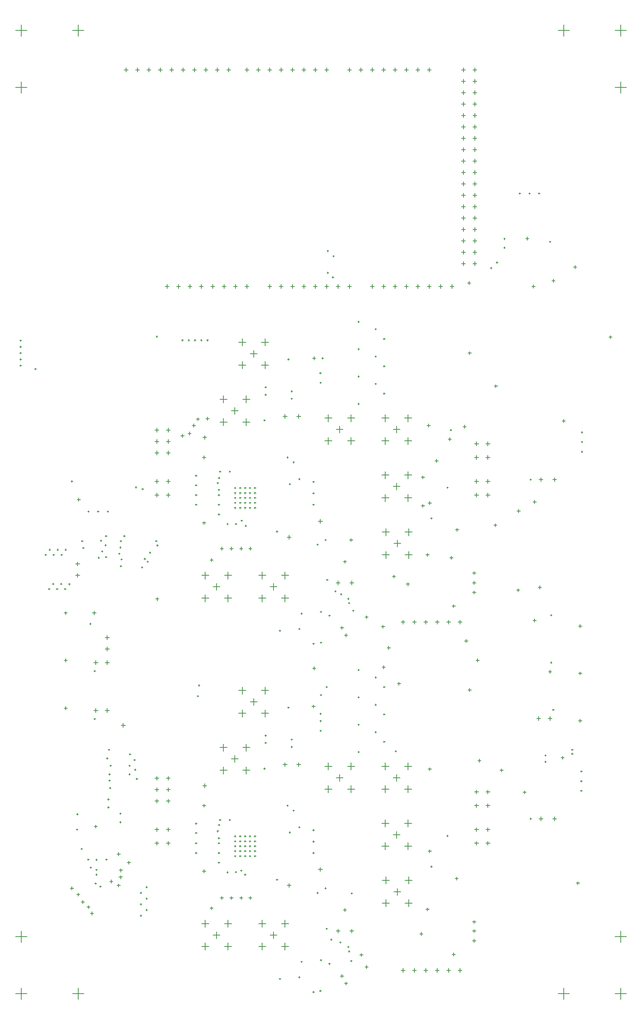
<source format=gbr>
%FSTAX23Y23*%
%MOIN*%
%SFA1B1*%

%IPPOS*%
%ADD76C,0.005000*%
%LNcfd_2channel_drillmap_1-1*%
%LPD*%
G54D76*
X0486Y0015D02*
X0496D01*
X0491Y001D02*
Y002D01*
X0536Y0065D02*
X0546D01*
X0541Y006D02*
Y007D01*
X0536Y081D02*
X0546D01*
X0541Y0805D02*
Y0815D01*
X0486Y086D02*
X0496D01*
X0491Y0855D02*
Y0865D01*
X006Y0015D02*
X007D01*
X0065Y001D02*
Y002D01*
X001Y0065D02*
X002D01*
X0015Y006D02*
Y007D01*
X001Y081D02*
X002D01*
X0015Y0805D02*
Y0815D01*
X006Y086D02*
X007D01*
X0065Y0855D02*
Y0865D01*
X04692Y0466D02*
X04727D01*
X0471Y04642D02*
Y04677D01*
X02447Y05215D02*
X02482D01*
X02465Y05197D02*
Y05232D01*
X02447Y0216D02*
X02482D01*
X02465Y02142D02*
Y02177D01*
X04692Y01685D02*
X04727D01*
X0471Y01667D02*
Y01702D01*
X02912Y03755D02*
X02947D01*
X0293Y03737D02*
Y03772D01*
X02912Y007D02*
X02947D01*
X0293Y00682D02*
Y00717D01*
X001Y086D02*
X002D01*
X0015Y0855D02*
Y0865D01*
X001Y0015D02*
X002D01*
X0015Y001D02*
Y002D01*
X00627Y0392D02*
X00662D01*
X00645Y03902D02*
Y03937D01*
X0536Y086D02*
X0546D01*
X0541Y0855D02*
Y0865D01*
X04112Y06555D02*
X04147D01*
X0413Y06537D02*
Y06572D01*
X04012Y06555D02*
X04047D01*
X0403Y06537D02*
Y06572D01*
X03513Y052D02*
X03576D01*
X03545Y05168D02*
Y05231D01*
X03313Y052D02*
X03376D01*
X03345Y05168D02*
Y05231D01*
X03513Y05D02*
X03576D01*
X03545Y04968D02*
Y05031D01*
X03313Y047D02*
X03376D01*
X03345Y04668D02*
Y04731D01*
X03313Y05D02*
X03376D01*
X03345Y04968D02*
Y05031D01*
X03513Y045D02*
X03576D01*
X03545Y04468D02*
Y04531D01*
X03513Y047D02*
X03576D01*
X03545Y04668D02*
Y04731D01*
X03518Y042D02*
X03581D01*
X0355Y04168D02*
Y04231D01*
X03318Y042D02*
X03381D01*
X0335Y04168D02*
Y04231D01*
X03313Y045D02*
X03376D01*
X03345Y04468D02*
Y04531D01*
X03518Y04D02*
X03581D01*
X0355Y03968D02*
Y04031D01*
X03318Y04D02*
X03381D01*
X0335Y03968D02*
Y04031D01*
X02813Y052D02*
X02876D01*
X02845Y05168D02*
Y05231D01*
X02258Y05665D02*
X02321D01*
X0229Y05633D02*
Y05696D01*
X02258Y05865D02*
X02321D01*
X0229Y05833D02*
Y05896D01*
X03013Y052D02*
X03076D01*
X03045Y05168D02*
Y05231D01*
X03013Y05D02*
X03076D01*
X03045Y04968D02*
Y05031D01*
X02813Y05D02*
X02876D01*
X02845Y04968D02*
Y05031D01*
X02093Y05165D02*
X02156D01*
X02125Y05133D02*
Y05196D01*
X02093Y05365D02*
X02156D01*
X02125Y05333D02*
Y05396D01*
X02433Y0362D02*
X02496D01*
X02465Y03588D02*
Y03651D01*
X02433Y0382D02*
X02496D01*
X02465Y03788D02*
Y03851D01*
X02233Y0362D02*
X02296D01*
X02265Y03588D02*
Y03651D01*
X02233Y0382D02*
X02296D01*
X02265Y03788D02*
Y03851D01*
X03513Y01645D02*
X03576D01*
X03545Y01613D02*
Y01676D01*
X03513Y01945D02*
X03576D01*
X03545Y01913D02*
Y01976D01*
X0536Y0015D02*
X0546D01*
X0541Y001D02*
Y002D01*
X03518Y01145D02*
X03581D01*
X0355Y01113D02*
Y01176D01*
X03518Y00945D02*
X03581D01*
X0355Y00913D02*
Y00976D01*
X03513Y02145D02*
X03576D01*
X03545Y02113D02*
Y02176D01*
X03313Y01645D02*
X03376D01*
X03345Y01613D02*
Y01676D01*
X03313Y01945D02*
X03376D01*
X03345Y01913D02*
Y01976D01*
X03513Y01445D02*
X03576D01*
X03545Y01413D02*
Y01476D01*
X03318Y01145D02*
X03381D01*
X0335Y01113D02*
Y01176D01*
X03313Y01445D02*
X03376D01*
X03345Y01413D02*
Y01476D01*
X03313Y02145D02*
X03376D01*
X03345Y02113D02*
Y02176D01*
X03318Y00945D02*
X03381D01*
X0335Y00913D02*
Y00976D01*
X02813Y02145D02*
X02876D01*
X02845Y02113D02*
Y02176D01*
X02258Y0261D02*
X02321D01*
X0229Y02578D02*
Y02641D01*
X02258Y0281D02*
X02321D01*
X0229Y02778D02*
Y02841D01*
X03013Y02145D02*
X03076D01*
X03045Y02113D02*
Y02176D01*
X03013Y01945D02*
X03076D01*
X03045Y01913D02*
Y01976D01*
X02813Y01945D02*
X02876D01*
X02845Y01913D02*
Y01976D01*
X02093Y0211D02*
X02156D01*
X02125Y02078D02*
Y02141D01*
X02093Y0231D02*
X02156D01*
X02125Y02278D02*
Y02341D01*
X02433Y00565D02*
X02496D01*
X02465Y00533D02*
Y00596D01*
X02433Y00765D02*
X02496D01*
X02465Y00733D02*
Y00796D01*
X02233Y00565D02*
X02296D01*
X02265Y00533D02*
Y00596D01*
X02233Y00765D02*
X02296D01*
X02265Y00733D02*
Y00796D01*
X02058Y05865D02*
X02121D01*
X0209Y05833D02*
Y05896D01*
X02058Y05665D02*
X02121D01*
X0209Y05633D02*
Y05696D01*
X02012Y06355D02*
X02047D01*
X0203Y06337D02*
Y06372D01*
X01893Y05165D02*
X01956D01*
X01925Y05133D02*
Y05196D01*
X01912Y06355D02*
X01947D01*
X0193Y06337D02*
Y06372D01*
X01893Y05365D02*
X01956D01*
X01925Y05333D02*
Y05396D01*
X02058Y0281D02*
X02121D01*
X0209Y02778D02*
Y02841D01*
X02058Y0261D02*
X02121D01*
X0209Y02578D02*
Y02641D01*
X01933Y0382D02*
X01996D01*
X01965Y03788D02*
Y03851D01*
X01933Y0362D02*
X01996D01*
X01965Y03588D02*
Y03651D01*
X01893Y0211D02*
X01956D01*
X01925Y02078D02*
Y02141D01*
X01893Y0231D02*
X01956D01*
X01925Y02278D02*
Y02341D01*
X01733Y0362D02*
X01796D01*
X01765Y03588D02*
Y03651D01*
X01733Y0382D02*
X01796D01*
X01765Y03788D02*
Y03851D01*
X01352Y08255D02*
X01387D01*
X0137Y08237D02*
Y08272D01*
X01933Y00765D02*
X01996D01*
X01965Y00733D02*
Y00796D01*
X01933Y00565D02*
X01996D01*
X01965Y00533D02*
Y00596D01*
X01733Y00565D02*
X01796D01*
X01765Y00533D02*
Y00596D01*
X01733Y00765D02*
X01796D01*
X01765Y00733D02*
Y00796D01*
X04812Y0466D02*
X04847D01*
X0483Y04642D02*
Y04677D01*
X01422Y04895D02*
X01457D01*
X0144Y04877D02*
Y04912D01*
X01322Y04895D02*
X01357D01*
X0134Y04877D02*
Y04912D01*
X01422Y04995D02*
X01457D01*
X0144Y04977D02*
Y05012D01*
X01322Y04995D02*
X01357D01*
X0134Y04977D02*
Y05012D01*
X01422Y05095D02*
X01457D01*
X0144Y05077D02*
Y05112D01*
X01322Y05095D02*
X01357D01*
X0134Y05077D02*
Y05112D01*
X01422Y0184D02*
X01457D01*
X0144Y01822D02*
Y01857D01*
X01322Y0184D02*
X01357D01*
X0134Y01822D02*
Y01857D01*
X01422Y0194D02*
X01457D01*
X0144Y01922D02*
Y01957D01*
X01322Y0194D02*
X01357D01*
X0134Y01922D02*
Y01957D01*
X01422Y0204D02*
X01457D01*
X0144Y02022D02*
Y02057D01*
X01322Y0204D02*
X01357D01*
X0134Y02022D02*
Y02057D01*
X02567Y0216D02*
X02602D01*
X02585Y02142D02*
Y02177D01*
X02335Y00665D02*
X02394D01*
X02365Y00635D02*
Y00694D01*
X01995Y0221D02*
X02054D01*
X02025Y0218D02*
Y02239D01*
X03032Y007D02*
X03067D01*
X0305Y00682D02*
Y00717D01*
X01835Y00665D02*
X01894D01*
X01865Y00635D02*
Y00694D01*
X02915Y02045D02*
X02974D01*
X02945Y02015D02*
Y02074D01*
X0216Y0271D02*
X02219D01*
X0219Y0268D02*
Y02739D01*
X03415Y02045D02*
X03474D01*
X03445Y02015D02*
Y02074D01*
X0342Y01045D02*
X03479D01*
X0345Y01015D02*
Y01074D01*
X03415Y01545D02*
X03474D01*
X03445Y01515D02*
Y01574D01*
X01742Y01975D02*
X01777D01*
X0176Y01957D02*
Y01992D01*
X03982Y00355D02*
X04017D01*
X04Y00337D02*
Y00372D01*
X03882Y00355D02*
X03917D01*
X039Y00337D02*
Y00372D01*
X03782Y00355D02*
X03817D01*
X038Y00337D02*
Y00372D01*
X03682Y00355D02*
X03717D01*
X037Y00337D02*
Y00372D01*
X03582Y00355D02*
X03617D01*
X036Y00337D02*
Y00372D01*
X03482Y00355D02*
X03517D01*
X035Y00337D02*
Y00372D01*
X02482Y011D02*
X02517D01*
X025Y01082D02*
Y01117D01*
X02757Y0124D02*
X02792D01*
X02775Y01222D02*
Y01257D01*
X01422Y0159D02*
X01457D01*
X0144Y01572D02*
Y01607D01*
X01322Y0159D02*
X01357D01*
X0134Y01572D02*
Y01607D01*
X01322Y0147D02*
X01357D01*
X0134Y01452D02*
Y01487D01*
X01422Y0147D02*
X01457D01*
X0144Y01452D02*
Y01487D01*
X04127Y0192D02*
X04162D01*
X04145Y01902D02*
Y01937D01*
X04227Y0192D02*
X04262D01*
X04245Y01902D02*
Y01937D01*
X04227Y018D02*
X04262D01*
X04245Y01782D02*
Y01817D01*
X04127Y018D02*
X04162D01*
X04145Y01782D02*
Y01817D01*
X04127Y0159D02*
X04162D01*
X04145Y01572D02*
Y01607D01*
X04227Y0159D02*
X04262D01*
X04245Y01572D02*
Y01607D01*
X04227Y0147D02*
X04262D01*
X04245Y01452D02*
Y01487D01*
X04127Y0147D02*
X04162D01*
X04145Y01452D02*
Y01487D01*
X02757Y04295D02*
X02792D01*
X02775Y04277D02*
Y04312D01*
X01742Y0503D02*
X01777D01*
X0176Y05012D02*
Y05047D01*
X04227Y04645D02*
X04262D01*
X04245Y04627D02*
Y04662D01*
X04127Y04645D02*
X04162D01*
X04145Y04627D02*
Y04662D01*
X04127Y04525D02*
X04162D01*
X04145Y04507D02*
Y04542D01*
X04227Y04525D02*
X04262D01*
X04245Y04507D02*
Y04542D01*
X04227Y04975D02*
X04262D01*
X04245Y04957D02*
Y04992D01*
X04127Y04975D02*
X04162D01*
X04145Y04957D02*
Y04992D01*
X04127Y04855D02*
X04162D01*
X04145Y04837D02*
Y04872D01*
X04227Y04855D02*
X04262D01*
X04245Y04837D02*
Y04872D01*
X01322Y04645D02*
X01357D01*
X0134Y04627D02*
Y04662D01*
X01422Y04645D02*
X01457D01*
X0144Y04627D02*
Y04662D01*
X01422Y04525D02*
X01457D01*
X0144Y04507D02*
Y04542D01*
X01322Y04525D02*
X01357D01*
X0134Y04507D02*
Y04542D01*
X02482Y04155D02*
X02517D01*
X025Y04137D02*
Y04172D01*
X03982Y0341D02*
X04017D01*
X04Y03392D02*
Y03427D01*
X03882Y0341D02*
X03917D01*
X039Y03392D02*
Y03427D01*
X03782Y0341D02*
X03817D01*
X038Y03392D02*
Y03427D01*
X03682Y0341D02*
X03717D01*
X037Y03392D02*
Y03427D01*
X03582Y0341D02*
X03617D01*
X036Y03392D02*
Y03427D01*
X03482Y0341D02*
X03517D01*
X035Y03392D02*
Y03427D01*
X03032Y03755D02*
X03067D01*
X0305Y03737D02*
Y03772D01*
X02567Y05215D02*
X02602D01*
X02585Y05197D02*
Y05232D01*
X0342Y041D02*
X03479D01*
X0345Y0407D02*
Y04129D01*
X03415Y046D02*
X03474D01*
X03445Y0457D02*
Y04629D01*
X0216Y05765D02*
X02219D01*
X0219Y05735D02*
Y05794D01*
X03415Y051D02*
X03474D01*
X03445Y0507D02*
Y05129D01*
X01835Y0372D02*
X01894D01*
X01865Y0369D02*
Y03749D01*
X02915Y051D02*
X02974D01*
X02945Y0507D02*
Y05129D01*
X02335Y0372D02*
X02394D01*
X02365Y0369D02*
Y03749D01*
X01995Y05265D02*
X02054D01*
X02025Y05235D02*
Y05294D01*
X04672Y02565D02*
X04707D01*
X0469Y02547D02*
Y02582D01*
X04772Y02565D02*
X04807D01*
X0479Y02547D02*
Y02582D01*
X00787Y02635D02*
X00822D01*
X00805Y02617D02*
Y02652D01*
X00887Y02635D02*
X00922D01*
X00905Y02617D02*
Y02652D01*
X00627Y0382D02*
X00662D01*
X00645Y03802D02*
Y03837D01*
X00887Y03055D02*
X00922D01*
X00905Y03037D02*
Y03072D01*
X00787Y03055D02*
X00822D01*
X00805Y03037D02*
Y03072D01*
X00887Y03275D02*
X00922D01*
X00905Y03257D02*
Y03292D01*
X00887Y03175D02*
X00922D01*
X00905Y03157D02*
Y03192D01*
X04812Y01685D02*
X04847D01*
X0483Y01667D02*
Y01702D01*
X02412Y06355D02*
X02447D01*
X0243Y06337D02*
Y06372D01*
X02612Y06355D02*
X02647D01*
X0263Y06337D02*
Y06372D01*
X02512Y06355D02*
X02547D01*
X0253Y06337D02*
Y06372D01*
X02812Y06355D02*
X02847D01*
X0283Y06337D02*
Y06372D01*
X02712Y06355D02*
X02747D01*
X0273Y06337D02*
Y06372D01*
X03012Y06355D02*
X03047D01*
X0303Y06337D02*
Y06372D01*
X02912Y06355D02*
X02947D01*
X0293Y06337D02*
Y06372D01*
X02312Y06355D02*
X02347D01*
X0233Y06337D02*
Y06372D01*
X04112Y06655D02*
X04147D01*
X0413Y06637D02*
Y06672D01*
X04012Y06655D02*
X04047D01*
X0403Y06637D02*
Y06672D01*
X04112Y06955D02*
X04147D01*
X0413Y06937D02*
Y06972D01*
X04112Y06855D02*
X04147D01*
X0413Y06837D02*
Y06872D01*
X04112Y06755D02*
X04147D01*
X0413Y06737D02*
Y06772D01*
X04112Y07055D02*
X04147D01*
X0413Y07037D02*
Y07072D01*
X04012Y06955D02*
X04047D01*
X0403Y06937D02*
Y06972D01*
X04012Y06855D02*
X04047D01*
X0403Y06837D02*
Y06872D01*
X04012Y06755D02*
X04047D01*
X0403Y06737D02*
Y06772D01*
X04012Y07055D02*
X04047D01*
X0403Y07037D02*
Y07072D01*
X04112Y07455D02*
X04147D01*
X0413Y07437D02*
Y07472D01*
X04112Y07355D02*
X04147D01*
X0413Y07337D02*
Y07372D01*
X04012Y07355D02*
X04047D01*
X0403Y07337D02*
Y07372D01*
X04112Y07255D02*
X04147D01*
X0413Y07237D02*
Y07272D01*
X04012Y07255D02*
X04047D01*
X0403Y07237D02*
Y07272D01*
X04112Y07155D02*
X04147D01*
X0413Y07137D02*
Y07172D01*
X04012Y07155D02*
X04047D01*
X0403Y07137D02*
Y07172D01*
X04012Y07455D02*
X04047D01*
X0403Y07437D02*
Y07472D01*
X04112Y07755D02*
X04147D01*
X0413Y07737D02*
Y07772D01*
X04112Y07655D02*
X04147D01*
X0413Y07637D02*
Y07672D01*
X04112Y07555D02*
X04147D01*
X0413Y07537D02*
Y07572D01*
X04112Y07855D02*
X04147D01*
X0413Y07837D02*
Y07872D01*
X04012Y07755D02*
X04047D01*
X0403Y07737D02*
Y07772D01*
X04012Y07655D02*
X04047D01*
X0403Y07637D02*
Y07672D01*
X04012Y07555D02*
X04047D01*
X0403Y07537D02*
Y07572D01*
X04012Y07855D02*
X04047D01*
X0403Y07837D02*
Y07872D01*
X03112Y08255D02*
X03147D01*
X0313Y08237D02*
Y08272D01*
X03312Y08255D02*
X03347D01*
X0333Y08237D02*
Y08272D01*
X03212Y08255D02*
X03247D01*
X0323Y08237D02*
Y08272D01*
X03512Y08255D02*
X03547D01*
X0353Y08237D02*
Y08272D01*
X03412Y08255D02*
X03447D01*
X0343Y08237D02*
Y08272D01*
X03712Y08255D02*
X03747D01*
X0373Y08237D02*
Y08272D01*
X03612Y08255D02*
X03647D01*
X0363Y08237D02*
Y08272D01*
X03012Y08255D02*
X03047D01*
X0303Y08237D02*
Y08272D01*
X02212Y08255D02*
X02247D01*
X0223Y08237D02*
Y08272D01*
X02412Y08255D02*
X02447D01*
X0243Y08237D02*
Y08272D01*
X02312Y08255D02*
X02347D01*
X0233Y08237D02*
Y08272D01*
X02612Y08255D02*
X02647D01*
X0263Y08237D02*
Y08272D01*
X02512Y08255D02*
X02547D01*
X0253Y08237D02*
Y08272D01*
X02812Y08255D02*
X02847D01*
X0283Y08237D02*
Y08272D01*
X02712Y08255D02*
X02747D01*
X0273Y08237D02*
Y08272D01*
X01552Y08255D02*
X01587D01*
X0157Y08237D02*
Y08272D01*
X01452Y08255D02*
X01487D01*
X0147Y08237D02*
Y08272D01*
X01752Y08255D02*
X01787D01*
X0177Y08237D02*
Y08272D01*
X01652Y08255D02*
X01687D01*
X0167Y08237D02*
Y08272D01*
X01152Y08255D02*
X01187D01*
X0117Y08237D02*
Y08272D01*
X01052Y08255D02*
X01087D01*
X0107Y08237D02*
Y08272D01*
X01252Y08255D02*
X01287D01*
X0127Y08237D02*
Y08272D01*
X01952Y08255D02*
X01987D01*
X0197Y08237D02*
Y08272D01*
X01852Y08255D02*
X01887D01*
X0187Y08237D02*
Y08272D01*
X02112Y08255D02*
X02147D01*
X0213Y08237D02*
Y08272D01*
X04112Y08255D02*
X04147D01*
X0413Y08237D02*
Y08272D01*
X04112Y08155D02*
X04147D01*
X0413Y08137D02*
Y08172D01*
X04012Y08155D02*
X04047D01*
X0403Y08137D02*
Y08172D01*
X04112Y08055D02*
X04147D01*
X0413Y08037D02*
Y08072D01*
X04012Y08055D02*
X04047D01*
X0403Y08037D02*
Y08072D01*
X04112Y07955D02*
X04147D01*
X0413Y07937D02*
Y07972D01*
X04012Y07955D02*
X04047D01*
X0403Y07937D02*
Y07972D01*
X04012Y08255D02*
X04047D01*
X0403Y08237D02*
Y08272D01*
X03312Y06355D02*
X03347D01*
X0333Y06337D02*
Y06372D01*
X03512Y06355D02*
X03547D01*
X0353Y06337D02*
Y06372D01*
X03412Y06355D02*
X03447D01*
X0343Y06337D02*
Y06372D01*
X03712Y06355D02*
X03747D01*
X0373Y06337D02*
Y06372D01*
X03612Y06355D02*
X03647D01*
X0363Y06337D02*
Y06372D01*
X03912Y06355D02*
X03947D01*
X0393Y06337D02*
Y06372D01*
X03812Y06355D02*
X03847D01*
X0383Y06337D02*
Y06372D01*
X03212Y06355D02*
X03247D01*
X0323Y06337D02*
Y06372D01*
X01512Y06355D02*
X01547D01*
X0153Y06337D02*
Y06372D01*
X01712Y06355D02*
X01747D01*
X0173Y06337D02*
Y06372D01*
X01612Y06355D02*
X01647D01*
X0163Y06337D02*
Y06372D01*
X01812Y06355D02*
X01847D01*
X0183Y06337D02*
Y06372D01*
X02112Y06355D02*
X02147D01*
X0213Y06337D02*
Y06372D01*
X01412Y06355D02*
X01447D01*
X0143Y06337D02*
Y06372D01*
X0202Y01531D02*
X02035D01*
X02028Y01524D02*
Y01539D01*
X02064Y01531D02*
X02079D01*
X02071Y01524D02*
Y01539D01*
X02107Y01531D02*
X02122D01*
X02115Y01524D02*
Y01539D01*
X0215Y01531D02*
X02165D01*
X02158Y01524D02*
Y01539D01*
X02194Y01531D02*
X02209D01*
X02201Y01524D02*
Y01539D01*
X0202Y01488D02*
X02035D01*
X02028Y0148D02*
Y01495D01*
X02064Y01488D02*
X02079D01*
X02071Y0148D02*
Y01495D01*
X02107Y01488D02*
X02122D01*
X02115Y0148D02*
Y01495D01*
X0215Y01488D02*
X02165D01*
X02158Y0148D02*
Y01495D01*
X02194Y01488D02*
X02209D01*
X02201Y0148D02*
Y01495D01*
X0202Y01445D02*
X02035D01*
X02028Y01437D02*
Y01452D01*
X02064Y01445D02*
X02079D01*
X02071Y01437D02*
Y01452D01*
X02107Y01445D02*
X02122D01*
X02115Y01437D02*
Y01452D01*
X0215Y01445D02*
X02165D01*
X02158Y01437D02*
Y01452D01*
X02194Y01445D02*
X02209D01*
X02201Y01437D02*
Y01452D01*
X0202Y01401D02*
X02035D01*
X02028Y01394D02*
Y01409D01*
X02064Y01401D02*
X02079D01*
X02071Y01394D02*
Y01409D01*
X02107Y01401D02*
X02122D01*
X02115Y01394D02*
Y01409D01*
X0215Y01401D02*
X02165D01*
X02158Y01394D02*
Y01409D01*
X02194Y01401D02*
X02209D01*
X02201Y01394D02*
Y01409D01*
X0202Y01358D02*
X02035D01*
X02028Y0135D02*
Y01365D01*
X02064Y01358D02*
X02079D01*
X02071Y0135D02*
Y01365D01*
X02107Y01358D02*
X02122D01*
X02115Y0135D02*
Y01365D01*
X0215Y01358D02*
X02165D01*
X02158Y0135D02*
Y01365D01*
X02194Y01358D02*
X02209D01*
X02201Y0135D02*
Y01365D01*
X0202Y04586D02*
X02035D01*
X02028Y04579D02*
Y04594D01*
X02064Y04586D02*
X02079D01*
X02071Y04579D02*
Y04594D01*
X02107Y04586D02*
X02122D01*
X02115Y04579D02*
Y04594D01*
X0215Y04586D02*
X02165D01*
X02158Y04579D02*
Y04594D01*
X02194Y04586D02*
X02209D01*
X02201Y04579D02*
Y04594D01*
X0202Y04543D02*
X02035D01*
X02028Y04535D02*
Y0455D01*
X02064Y04543D02*
X02079D01*
X02071Y04535D02*
Y0455D01*
X02107Y04543D02*
X02122D01*
X02115Y04535D02*
Y0455D01*
X0215Y04543D02*
X02165D01*
X02158Y04535D02*
Y0455D01*
X02194Y04543D02*
X02209D01*
X02201Y04535D02*
Y0455D01*
X0202Y045D02*
X02035D01*
X02028Y04492D02*
Y04507D01*
X02064Y045D02*
X02079D01*
X02071Y04492D02*
Y04507D01*
X02107Y045D02*
X02122D01*
X02115Y04492D02*
Y04507D01*
X0215Y045D02*
X02165D01*
X02158Y04492D02*
Y04507D01*
X02194Y045D02*
X02209D01*
X02201Y04492D02*
Y04507D01*
X0202Y04456D02*
X02035D01*
X02028Y04449D02*
Y04464D01*
X02064Y04456D02*
X02079D01*
X02071Y04449D02*
Y04464D01*
X02107Y04456D02*
X02122D01*
X02115Y04449D02*
Y04464D01*
X0215Y04456D02*
X02165D01*
X02158Y04449D02*
Y04464D01*
X02194Y04456D02*
X02209D01*
X02201Y04449D02*
Y04464D01*
X0202Y04413D02*
X02035D01*
X02028Y04405D02*
Y0442D01*
X02064Y04413D02*
X02079D01*
X02071Y04405D02*
Y0442D01*
X02107Y04413D02*
X02122D01*
X02115Y04405D02*
Y0442D01*
X0215Y04413D02*
X02165D01*
X02158Y04405D02*
Y0442D01*
X02194Y04413D02*
X02209D01*
X02201Y04405D02*
Y0442D01*
X01327Y0412D02*
X01342D01*
X01335Y04112D02*
Y04127D01*
X03042Y0103D02*
X03057D01*
X0305Y01022D02*
Y01037D01*
X01027Y02505D02*
X01062D01*
X01045Y02487D02*
Y02522D01*
X03429Y02278D02*
X03444D01*
X03436Y0227D02*
Y02285D01*
X03911Y03975D02*
X03939D01*
X03925Y03961D02*
Y03989D01*
X03406Y0381D02*
X03434D01*
X0342Y03796D02*
Y03824D01*
X03166Y03453D02*
X03194D01*
X0318Y03439D02*
Y03467D01*
X04296Y0426D02*
X04324D01*
X0431Y04246D02*
Y04274D01*
X04631Y06355D02*
X04659D01*
X04645Y06341D02*
Y06369D01*
X04301Y0548D02*
X04329D01*
X04315Y05466D02*
Y05494D01*
X04071Y02815D02*
X04099D01*
X04085Y02801D02*
Y02829D01*
X03252Y02925D02*
X03267D01*
X0326Y02917D02*
Y02932D01*
X03327Y0284D02*
X03342D01*
X03335Y02832D02*
Y02847D01*
X03451Y0287D02*
X03479D01*
X03465Y02856D02*
Y02884D01*
X02706Y03005D02*
X02734D01*
X0272Y02991D02*
Y03019D01*
X05306Y0591D02*
X05334D01*
X0532Y05896D02*
Y05924D01*
X04806Y06405D02*
X04834D01*
X0482Y06391D02*
Y06419D01*
X05021Y0112D02*
X05049D01*
X05035Y01106D02*
Y01134D01*
X03741Y01264D02*
X03756D01*
X03749Y01257D02*
Y01272D01*
X04996Y06525D02*
X05024D01*
X0501Y06511D02*
Y06539D01*
X05057Y021D02*
X05072D01*
X05065Y02092D02*
Y02107D01*
X05041Y03375D02*
X05069D01*
X05055Y03361D02*
Y03389D01*
X05062Y0499D02*
X05077D01*
X0507Y04982D02*
Y04997D01*
X05062Y05075D02*
X05077D01*
X0507Y05067D02*
Y05082D01*
X05062Y04905D02*
X05077D01*
X0507Y04897D02*
Y04912D01*
X04977Y0229D02*
X04992D01*
X04985Y02282D02*
Y02297D01*
X04071Y0577D02*
X04099D01*
X04085Y05756D02*
Y05784D01*
X04066Y06385D02*
X04094D01*
X0408Y06371D02*
Y06399D01*
X03661Y0468D02*
X03689D01*
X03675Y04666D02*
Y04694D01*
X03031Y0413D02*
X03059D01*
X03045Y04116D02*
Y04144D01*
X03661Y0443D02*
X03689D01*
X03675Y04416D02*
Y04444D01*
X03781Y04825D02*
X03809D01*
X03795Y04811D02*
Y04839D01*
X03896Y05015D02*
X03924D01*
X0391Y05001D02*
Y05029D01*
X04026Y05125D02*
X04054D01*
X0404Y05111D02*
Y05139D01*
X04266Y06516D02*
X04281D01*
X04273Y06508D02*
Y06523D01*
X02832Y06475D02*
X02847D01*
X0284Y06467D02*
Y06482D01*
X02833Y06666D02*
X02848D01*
X02841Y06658D02*
Y06673D01*
X02877Y06435D02*
X02892D01*
X02885Y06427D02*
Y06442D01*
X02882Y0662D02*
X02897D01*
X0289Y06612D02*
Y06627D01*
X02516Y05435D02*
X02531D01*
X02523Y05428D02*
Y05443D01*
X04317Y06565D02*
X04332D01*
X04325Y06557D02*
Y06572D01*
X04782Y06747D02*
X04797D01*
X0479Y0674D02*
Y06755D01*
X04382Y06773D02*
X04397D01*
X0439Y06765D02*
Y0678D01*
X04576Y06775D02*
X04604D01*
X0459Y06761D02*
Y06789D01*
X04517Y0717D02*
X04532D01*
X04525Y07162D02*
Y07177D01*
X04602Y0717D02*
X04617D01*
X0461Y07162D02*
Y07177D01*
X04687Y0717D02*
X04702D01*
X04695Y07162D02*
Y07177D01*
X04382Y06695D02*
X04397D01*
X0439Y06687D02*
Y06702D01*
X04896Y05175D02*
X04924D01*
X0491Y05161D02*
Y05189D01*
X05057Y0193D02*
X05072D01*
X05065Y01922D02*
Y01937D01*
X05057Y02015D02*
X05072D01*
X05065Y02007D02*
Y02022D01*
X00802Y01325D02*
X00817D01*
X0081Y01317D02*
Y01332D01*
X00634Y01725D02*
X00649D01*
X00642Y01717D02*
Y01732D01*
X00632Y0159D02*
X00647D01*
X0064Y01582D02*
Y01597D01*
X00672Y0142D02*
X00687D01*
X0068Y01412D02*
Y01427D01*
X04111Y0367D02*
X04139D01*
X04125Y03656D02*
Y03684D01*
X04111Y03755D02*
X04139D01*
X04125Y03741D02*
Y03769D01*
X04111Y0384D02*
X04139D01*
X04125Y03826D02*
Y03854D01*
X04111Y00615D02*
X04139D01*
X04125Y00601D02*
Y00629D01*
X04111Y007D02*
X04139D01*
X04125Y00686D02*
Y00714D01*
X04111Y0078D02*
X04139D01*
X04125Y00766D02*
Y00794D01*
X00731Y01327D02*
X00746D01*
X00738Y01319D02*
Y01334D01*
X00891Y01327D02*
X00906D01*
X00898Y01319D02*
Y01334D01*
X00802Y01237D02*
X00817D01*
X0081Y0123D02*
Y01245D01*
X00752Y01257D02*
X00767D01*
X0076Y0125D02*
Y01265D01*
X01011Y01232D02*
X01039D01*
X01025Y01218D02*
Y01246D01*
X0277Y02458D02*
X02785D01*
X02777Y0245D02*
Y02465D01*
X02769Y02542D02*
X02784D01*
X02777Y02535D02*
Y0255D01*
X0277Y0551D02*
X02785D01*
X02778Y05502D02*
Y05517D01*
X02767Y05595D02*
X02782D01*
X02775Y05587D02*
Y05602D01*
X00902Y0438D02*
X00917D01*
X0091Y04372D02*
Y04387D01*
X00817Y0438D02*
X00832D01*
X00825Y04372D02*
Y04387D01*
X00732Y0438D02*
X00747D01*
X0074Y04372D02*
Y04387D01*
X02146Y0099D02*
X02174D01*
X0216Y00976D02*
Y01004D01*
X02066Y0099D02*
X02094D01*
X0208Y00976D02*
Y01004D01*
X01981Y0099D02*
X02009D01*
X01995Y00976D02*
Y01004D01*
X01896Y0099D02*
X01924D01*
X0191Y00976D02*
Y01004D01*
X01806Y009D02*
X01834D01*
X0182Y00886D02*
Y00914D01*
X02146Y04055D02*
X02174D01*
X0216Y04041D02*
Y04069D01*
X02066Y04055D02*
X02094D01*
X0208Y04041D02*
Y04069D01*
X01981Y04055D02*
X02009D01*
X01995Y04041D02*
Y04069D01*
X01896Y04055D02*
X01924D01*
X0191Y04041D02*
Y04069D01*
X01677Y01385D02*
X01692D01*
X01685Y01377D02*
Y01392D01*
X01677Y0147D02*
X01692D01*
X01685Y01462D02*
Y01477D01*
X01677Y01642D02*
X01692D01*
X01685Y01635D02*
Y0165D01*
X01677Y0156D02*
X01692D01*
X01685Y01552D02*
Y01567D01*
X01741Y04855D02*
X01769D01*
X01755Y04841D02*
Y04869D01*
X01677Y04695D02*
X01692D01*
X01685Y04687D02*
Y04702D01*
X01677Y0461D02*
X01692D01*
X01685Y04602D02*
Y04617D01*
X01677Y0444D02*
X01692D01*
X01685Y04432D02*
Y04447D01*
X01677Y04525D02*
X01692D01*
X01685Y04517D02*
Y04532D01*
X01867Y0463D02*
X01882D01*
X01875Y04622D02*
Y04637D01*
X01878Y04675D02*
X01893D01*
X01886Y04668D02*
Y04683D01*
X01722Y05882D02*
X01737D01*
X0173Y05875D02*
Y0589D01*
X01667Y05882D02*
X01682D01*
X01675Y05875D02*
Y0589D01*
X01612Y05882D02*
X01627D01*
X0162Y05875D02*
Y0589D01*
X01557Y05882D02*
X01572D01*
X01565Y05875D02*
Y0589D01*
X01777Y05882D02*
X01792D01*
X01785Y05875D02*
Y0589D01*
X01686Y0519D02*
X01714D01*
X017Y05176D02*
Y05204D01*
X01332Y05915D02*
X01347D01*
X0134Y05907D02*
Y05922D01*
X00137Y0566D02*
X00152D01*
X00145Y05652D02*
Y05667D01*
X00267Y0563D02*
X00282D01*
X00275Y05622D02*
Y05637D01*
X00137Y0588D02*
X00152D01*
X00145Y05872D02*
Y05887D01*
X00137Y05825D02*
X00152D01*
X00145Y05817D02*
Y05832D01*
X00137Y0577D02*
X00152D01*
X00145Y05762D02*
Y05777D01*
X00137Y05715D02*
X00152D01*
X00145Y05707D02*
Y05722D01*
X01771Y05195D02*
X01799D01*
X01785Y05181D02*
Y05209D01*
X01972Y0473D02*
X01987D01*
X0198Y04722D02*
Y04737D01*
X01887Y0473D02*
X01902D01*
X01895Y04722D02*
Y04737D01*
X01651Y05135D02*
X01679D01*
X01665Y05121D02*
Y05149D01*
X01613Y05065D02*
X01641D01*
X01627Y05051D02*
Y05079D01*
X04501Y04385D02*
X04529D01*
X04515Y04371D02*
Y04399D01*
X04641Y04465D02*
X04669D01*
X04655Y04451D02*
Y04479D01*
X04686Y03715D02*
X04714D01*
X047Y03701D02*
Y03729D01*
X04641Y03425D02*
X04669D01*
X04655Y03411D02*
Y03439D01*
X03361Y03185D02*
X03389D01*
X03375Y03171D02*
Y03199D01*
X03311Y0337D02*
X03339D01*
X03325Y03356D02*
Y03384D01*
X03056Y0351D02*
X03071D01*
X03063Y03503D02*
Y03518D01*
X02899Y0368D02*
X02914D01*
X02907Y03672D02*
Y03687D01*
X02772Y0277D02*
X02787D01*
X0278Y02762D02*
Y02777D01*
X02701Y0267D02*
X02729D01*
X02715Y02656D02*
Y02684D01*
X02769Y02606D02*
X02784D01*
X02777Y02598D02*
Y02613D01*
X04886Y0222D02*
X04914D01*
X049Y02206D02*
Y02234D01*
X00991Y01375D02*
X01019D01*
X01005Y01361D02*
Y01389D01*
X01551Y05045D02*
X01579D01*
X01565Y05031D02*
Y05059D01*
X02112Y04255D02*
X02127D01*
X0212Y04247D02*
Y04262D01*
X00756Y00855D02*
X00784D01*
X0077Y00841D02*
Y00869D01*
X00726Y0091D02*
X00754D01*
X0074Y00896D02*
Y00924D01*
X00581Y01075D02*
X00609D01*
X00595Y01061D02*
Y01089D01*
X00636Y0102D02*
X00664D01*
X0065Y01006D02*
Y01034D01*
X00837Y0109D02*
X00852D01*
X00845Y01082D02*
Y01097D01*
X00676Y00955D02*
X00704D01*
X0069Y00941D02*
Y00969D01*
X00991Y011D02*
X01019D01*
X01005Y01086D02*
Y01114D01*
X01008Y01172D02*
X01036D01*
X01022Y01158D02*
Y01186D01*
X02026Y01217D02*
X02041D01*
X02034Y0121D02*
Y01225D01*
X01242Y01085D02*
X01257D01*
X0125Y01077D02*
Y01092D01*
X02107Y01195D02*
X02122D01*
X02115Y01187D02*
Y01202D01*
X02072Y0123D02*
X02087D01*
X0208Y01222D02*
Y01237D01*
X00795Y01117D02*
X0081D01*
X00802Y01109D02*
Y01124D01*
X01192Y00835D02*
X01207D01*
X012Y00827D02*
Y00842D01*
X00926Y01135D02*
X00954D01*
X0094Y01121D02*
Y01149D01*
X00802Y01195D02*
X00817D01*
X0081Y01187D02*
Y01202D01*
X01081Y013D02*
X01109D01*
X01095Y01286D02*
Y01314D01*
X01878Y01631D02*
X01893D01*
X01886Y01623D02*
Y01638D01*
X01877Y01515D02*
X01892D01*
X01885Y01507D02*
Y01522D01*
X01877Y0457D02*
X01892D01*
X01885Y04562D02*
Y04577D01*
X02077Y043D02*
X02092D01*
X02085Y04292D02*
Y04307D01*
X01867Y01576D02*
X01882D01*
X01874Y01568D02*
Y01583D01*
X00392Y04045D02*
X00407D01*
X004Y04037D02*
Y04052D01*
X00532Y04045D02*
X00547D01*
X0054Y04037D02*
Y04052D01*
X00357Y04D02*
X00372D01*
X00365Y03992D02*
Y04007D01*
X00497Y04D02*
X00512D01*
X00505Y03992D02*
Y04007D01*
X00462Y04045D02*
X00477D01*
X0047Y04037D02*
Y04052D01*
X00427Y04D02*
X00442D01*
X00435Y03992D02*
Y04007D01*
X00457Y037D02*
X00472D01*
X00465Y03692D02*
Y03707D01*
X00565Y03742D02*
X0058D01*
X00573Y03734D02*
Y03749D01*
X00492Y03745D02*
X00507D01*
X005Y03737D02*
Y03752D01*
X00527Y037D02*
X00542D01*
X00535Y03692D02*
Y03707D01*
X00422Y03745D02*
X00437D01*
X0043Y03737D02*
Y03752D01*
X00387Y037D02*
X00402D01*
X00395Y03692D02*
Y03707D01*
X00917Y02075D02*
X00932D01*
X00925Y02067D02*
Y02082D01*
X00917Y0202D02*
X00932D01*
X00925Y02012D02*
Y02027D01*
X00922Y01955D02*
X00937D01*
X0093Y01947D02*
Y01962D01*
X00927Y0215D02*
X00942D01*
X00935Y02142D02*
Y02157D01*
X00897Y02215D02*
X00912D01*
X00905Y02207D02*
Y02222D01*
X00912Y0229D02*
X00927D01*
X0092Y02282D02*
Y02297D01*
X01157Y02035D02*
X01172D01*
X01165Y02027D02*
Y02042D01*
X01092Y02075D02*
X01107D01*
X011Y02067D02*
Y02082D01*
X01142Y02115D02*
X01157D01*
X0115Y02107D02*
Y02122D01*
X01092Y0215D02*
X01107D01*
X011Y02142D02*
Y02157D01*
X01137Y022D02*
X01152D01*
X01145Y02192D02*
Y02207D01*
X01097Y0225D02*
X01112D01*
X01105Y02242D02*
Y02257D01*
X01702Y02855D02*
X01717D01*
X0171Y02847D02*
Y02862D01*
X01692Y0276D02*
X01707D01*
X017Y02752D02*
Y02767D01*
X02822Y0284D02*
X02837D01*
X0283Y02832D02*
Y02847D01*
X00852Y0403D02*
X00867D01*
X0086Y04022D02*
Y04037D01*
X00822Y03975D02*
X00837D01*
X0083Y03967D02*
Y03982D01*
X00887Y0398D02*
X00902D01*
X00895Y03972D02*
Y03987D01*
X00882Y04085D02*
X00897D01*
X0089Y04077D02*
Y04092D01*
X00842Y04125D02*
X00857D01*
X0085Y04117D02*
Y04132D01*
X00887Y04165D02*
X00902D01*
X00895Y04157D02*
Y04172D01*
X00677Y0412D02*
X00692D01*
X00685Y04112D02*
Y04127D01*
X00687Y0406D02*
X00702D01*
X00695Y04052D02*
Y04067D01*
X00526Y0349D02*
X00554D01*
X0054Y03476D02*
Y03504D01*
X01017Y039D02*
X01032D01*
X01025Y03892D02*
Y03907D01*
X01022Y0396D02*
X01037D01*
X0103Y03952D02*
Y03967D01*
X01002Y0401D02*
X01017D01*
X0101Y04002D02*
Y04017D01*
X01012Y04065D02*
X01027D01*
X0102Y04057D02*
Y04072D01*
X01017Y0412D02*
X01032D01*
X01025Y04112D02*
Y04127D01*
X01047Y04165D02*
X01062D01*
X01055Y04157D02*
Y04172D01*
X04977Y02255D02*
X04992D01*
X04985Y02247D02*
Y02262D01*
X04742Y02185D02*
X04757D01*
X0475Y02177D02*
Y02192D01*
X04742Y0224D02*
X04757D01*
X0475Y02232D02*
Y02247D01*
X00587Y04645D02*
X00602D01*
X00595Y04637D02*
Y04652D01*
X0115Y04593D02*
X01165D01*
X01157Y04585D02*
Y046D01*
X01208Y04576D02*
X01223D01*
X01216Y04569D02*
Y04584D01*
X04496Y0369D02*
X04524D01*
X0451Y03676D02*
Y03704D01*
X03646Y00675D02*
X03674D01*
X0366Y00661D02*
Y00689D01*
X03701Y0089D02*
X03729D01*
X03715Y00876D02*
Y00904D01*
X0302Y00521D02*
X03035D01*
X03028Y00514D02*
Y00529D01*
X02847Y00412D02*
X02862D01*
X02855Y00405D02*
Y0042D01*
X03038Y00438D02*
X03053D01*
X03046Y0043D02*
Y00445D01*
X03166Y00385D02*
X03194D01*
X0318Y00371D02*
Y00399D01*
X03012Y0056D02*
X03027D01*
X0302Y00552D02*
Y00567D01*
X01012Y0173D02*
X01027D01*
X0102Y01722D02*
Y01737D01*
X01012Y01655D02*
X01027D01*
X0102Y01647D02*
Y01662D01*
X00907Y01855D02*
X00922D01*
X00915Y01847D02*
Y01862D01*
X00907Y01785D02*
X00922D01*
X00915Y01777D02*
Y01792D01*
X00787Y0256D02*
X00802D01*
X00795Y02552D02*
Y02567D01*
X02822Y0072D02*
X02837D01*
X0283Y00712D02*
Y00727D01*
X02862Y00625D02*
X02877D01*
X0287Y00617D02*
Y00632D01*
X02828Y0378D02*
X02843D01*
X02835Y03773D02*
Y03788D01*
X0302Y03576D02*
X03035D01*
X03028Y03569D02*
Y03584D01*
X0295Y03655D02*
X02965D01*
X02957Y03647D02*
Y03662D01*
X03528Y03742D02*
X03556D01*
X03542Y03728D02*
Y03756D01*
X03701Y04D02*
X03729D01*
X03715Y03986D02*
Y04014D01*
X02847Y03467D02*
X02862D01*
X02855Y0346D02*
Y03475D01*
X03012Y03615D02*
X03027D01*
X0302Y03607D02*
Y03622D01*
X03721Y0212D02*
X03749D01*
X03735Y02106D02*
Y02134D01*
X02487Y0266D02*
X02502D01*
X02495Y02652D02*
Y02667D01*
X02707Y0322D02*
X02722D01*
X02715Y03212D02*
Y03227D01*
X04612Y0466D02*
X04627D01*
X0462Y04652D02*
Y04667D01*
X04776Y02975D02*
X04804D01*
X0479Y02961D02*
Y02989D01*
X04156Y02195D02*
X04184D01*
X0417Y02181D02*
Y02209D01*
X04811Y0264D02*
X04826D01*
X04818Y02632D02*
Y02647D01*
X04553Y01917D02*
X04581D01*
X04567Y01903D02*
Y01931D01*
X04351Y0211D02*
X04379D01*
X04365Y02096D02*
Y02124D01*
X04792Y03055D02*
X04807D01*
X048Y03047D02*
Y03062D01*
X04041Y03245D02*
X04069D01*
X04055Y03231D02*
Y03259D01*
X04141Y03075D02*
X04169D01*
X04155Y03061D02*
Y03089D01*
X03961Y0422D02*
X03989D01*
X03975Y04206D02*
Y04234D01*
X03956Y0116D02*
X03984D01*
X0397Y01146D02*
Y01174D01*
X02412Y03335D02*
X02427D01*
X0242Y03327D02*
Y03342D01*
X03316Y03015D02*
X03344D01*
X0333Y03001D02*
Y03029D01*
X02772Y0323D02*
X02787D01*
X0278Y03222D02*
Y03237D01*
X02951Y0336D02*
X02979D01*
X02965Y03346D02*
Y03374D01*
X02772Y035D02*
X02787D01*
X0278Y03492D02*
Y03507D01*
X02767Y00175D02*
X02782D01*
X02775Y00167D02*
Y00182D01*
X02772Y00445D02*
X02787D01*
X0278Y00437D02*
Y00452D01*
X0075Y03395D02*
X00765D01*
X00757Y03387D02*
Y03402D01*
X00772Y0349D02*
X00807D01*
X0079Y03472D02*
Y03507D01*
X0133Y03612D02*
X01358D01*
X01344Y03598D02*
Y03626D01*
X01337Y04082D02*
X01352D01*
X01345Y04075D02*
Y0409D01*
X01252Y0394D02*
X01267D01*
X0126Y03932D02*
Y03947D01*
X01202Y0389D02*
X01217D01*
X0121Y03882D02*
Y03897D01*
X01227Y03964D02*
X01242D01*
X01235Y03957D02*
Y03972D01*
X01273Y04019D02*
X01288D01*
X0128Y04011D02*
Y04026D01*
X01242Y00985D02*
X01257D01*
X0125Y00977D02*
Y00992D01*
X01192Y01035D02*
X01207D01*
X012Y01027D02*
Y01042D01*
X01242Y00885D02*
X01257D01*
X0125Y00877D02*
Y00892D01*
X01192Y00935D02*
X01207D01*
X012Y00927D02*
Y00942D01*
X00789Y01616D02*
X00817D01*
X00803Y01602D02*
Y0163D01*
X00526Y02655D02*
X00554D01*
X0054Y02641D02*
Y02669D01*
X00526Y03075D02*
X00554D01*
X0054Y03061D02*
Y03089D01*
X00641Y04485D02*
X00669D01*
X00655Y04471D02*
Y04499D01*
X05041Y02545D02*
X05069D01*
X05055Y02531D02*
Y02559D01*
X05041Y0296D02*
X05069D01*
X05055Y02946D02*
Y02974D01*
X00787Y0298D02*
X00802D01*
X00795Y02972D02*
Y02987D01*
X03931Y00495D02*
X03959D01*
X03945Y00481D02*
Y00509D01*
X02582Y00295D02*
X02597D01*
X0259Y00287D02*
Y00302D01*
X02707Y00165D02*
X02722D01*
X02715Y00157D02*
Y00172D01*
X03102Y0299D02*
X03117D01*
X0311Y02982D02*
Y02997D01*
X01741Y01225D02*
X01769D01*
X01755Y01211D02*
Y01239D01*
X0248Y018D02*
X02495D01*
X02487Y01792D02*
Y01807D01*
X02533Y01758D02*
X02548D01*
X0254Y0175D02*
Y01765D01*
X03882Y01535D02*
X03897D01*
X0389Y01527D02*
Y01542D01*
X02499Y01565D02*
X02514D01*
X02506Y01558D02*
Y01573D01*
X02582Y0161D02*
X02597D01*
X0259Y01602D02*
Y01617D01*
X01741Y018D02*
X01769D01*
X01755Y01786D02*
Y01814D01*
X02516Y0238D02*
X02531D01*
X02523Y02373D02*
Y02388D01*
X02287Y02415D02*
X02302D01*
X02295Y02407D02*
Y02422D01*
X02516Y02315D02*
X02531D01*
X02523Y02308D02*
Y02323D01*
X02287Y0235D02*
X02302D01*
X02295Y02342D02*
Y02357D01*
X02277Y02125D02*
X02292D01*
X02285Y02117D02*
Y02132D01*
X02976Y00885D02*
X03004D01*
X0299Y00871D02*
Y00899D01*
X02942Y006D02*
X02957D01*
X0295Y00592D02*
Y00607D01*
X02742Y01035D02*
X02757D01*
X0275Y01027D02*
Y01042D01*
X02812Y01075D02*
X02827D01*
X0282Y01067D02*
Y01082D01*
X03102Y0251D02*
X03117D01*
X0311Y02502D02*
Y02517D01*
X03102Y0227D02*
X03117D01*
X0311Y02262D02*
Y02277D01*
X02602Y0043D02*
X02617D01*
X0261Y00422D02*
Y00437D01*
X03121Y0049D02*
X03149D01*
X03135Y00476D02*
Y00504D01*
X02951Y00305D02*
X02979D01*
X02965Y00291D02*
Y00319D01*
X02412Y0028D02*
X02427D01*
X0242Y00272D02*
Y00287D01*
X02986Y0024D02*
X03014D01*
X03Y00226D02*
Y00254D01*
X03102Y0275D02*
X03117D01*
X0311Y02742D02*
Y02757D01*
X03327Y026D02*
X03342D01*
X03335Y02592D02*
Y02607D01*
X03327Y0236D02*
X03342D01*
X03335Y02352D02*
Y02367D01*
X02707Y01585D02*
X02722D01*
X02715Y01577D02*
Y01592D01*
X02707Y01485D02*
X02722D01*
X02715Y01477D02*
Y01492D01*
X02707Y01385D02*
X02722D01*
X02715Y01377D02*
Y01392D01*
X01877Y013D02*
X01892D01*
X01885Y01292D02*
Y01307D01*
X01877Y01385D02*
X01892D01*
X01885Y01377D02*
Y01392D01*
X01887Y01675D02*
X01902D01*
X01895Y01667D02*
Y01682D01*
X01972Y01675D02*
X01987D01*
X0198Y01667D02*
Y01682D01*
X02387Y0115D02*
X02402D01*
X02395Y01142D02*
Y01157D01*
X0248Y04855D02*
X02495D01*
X02487Y04847D02*
Y04862D01*
X02287Y0547D02*
X02302D01*
X02295Y05462D02*
Y05477D01*
X02516Y0537D02*
X02531D01*
X02523Y05363D02*
Y05378D01*
X02287Y05405D02*
X02302D01*
X02295Y05397D02*
Y05412D01*
X02986Y03295D02*
X03014D01*
X03Y03281D02*
Y03309D01*
X02742Y0409D02*
X02757D01*
X0275Y04082D02*
Y04097D01*
X02976Y0394D02*
X03004D01*
X0299Y03926D02*
Y03954D01*
X03931Y0355D02*
X03959D01*
X03945Y03536D02*
Y03564D01*
X02582Y04665D02*
X02597D01*
X0259Y04657D02*
Y04672D01*
X02602Y03485D02*
X02617D01*
X0261Y03477D02*
Y03492D01*
X02487Y05715D02*
X02502D01*
X02495Y05707D02*
Y05722D01*
X02787Y05725D02*
X02802D01*
X02795Y05717D02*
Y05732D01*
X02707Y0444D02*
X02722D01*
X02715Y04432D02*
Y04447D01*
X02707Y0454D02*
X02722D01*
X02715Y04532D02*
Y04547D01*
X02707Y0464D02*
X02722D01*
X02715Y04632D02*
Y04647D01*
X02533Y04813D02*
X02548D01*
X0254Y04805D02*
Y0482D01*
X02277Y0518D02*
X02292D01*
X02285Y05172D02*
Y05187D01*
X04612Y01685D02*
X04627D01*
X0462Y01677D02*
Y01692D01*
X04792Y0347D02*
X04807D01*
X048Y03462D02*
Y03477D01*
X01877Y0147D02*
X01892D01*
X01885Y01462D02*
Y01477D01*
X03252Y02685D02*
X03267D01*
X0326Y02677D02*
Y02692D01*
X03252Y02445D02*
X03267D01*
X0326Y02437D02*
Y02452D01*
X01952Y01215D02*
X01967D01*
X0196Y01207D02*
Y01222D01*
X03721Y014D02*
X03749D01*
X03735Y01386D02*
Y01414D01*
X02387Y04205D02*
X02402D01*
X02395Y04197D02*
Y04212D01*
X02027Y0427D02*
X02042D01*
X02035Y04262D02*
Y04277D01*
X01877Y04355D02*
X01892D01*
X01885Y04347D02*
Y04362D01*
X01877Y0444D02*
X01892D01*
X01885Y04432D02*
Y04447D01*
X01806Y03955D02*
X01834D01*
X0182Y03941D02*
Y03969D01*
X03327Y05415D02*
X03342D01*
X03335Y05407D02*
Y05422D01*
X03327Y05655D02*
X03342D01*
X03335Y05647D02*
Y05662D01*
X03327Y05895D02*
X03342D01*
X03335Y05887D02*
Y05902D01*
X03912Y05095D02*
X03927D01*
X0392Y05087D02*
Y05102D01*
X02812Y0413D02*
X02827D01*
X0282Y04122D02*
Y04137D01*
X02499Y0462D02*
X02514D01*
X02506Y04613D02*
Y04628D01*
X02582Y0335D02*
X02597D01*
X0259Y03342D02*
Y03357D01*
X03102Y05805D02*
X03117D01*
X0311Y05797D02*
Y05812D01*
X03102Y05565D02*
X03117D01*
X0311Y05557D02*
Y05572D01*
X03252Y0574D02*
X03267D01*
X0326Y05732D02*
Y05747D01*
X02706Y05725D02*
X02734D01*
X0272Y05711D02*
Y05739D01*
X03252Y055D02*
X03267D01*
X0326Y05492D02*
Y05507D01*
X03102Y05325D02*
X03117D01*
X0311Y05317D02*
Y05332D01*
X03102Y06045D02*
X03117D01*
X0311Y06037D02*
Y06052D01*
X03252Y0598D02*
X03267D01*
X0326Y05972D02*
Y05987D01*
X03721Y04455D02*
X03749D01*
X03735Y04441D02*
Y04469D01*
X03741Y04319D02*
X03756D01*
X03749Y04312D02*
Y04327D01*
X03882Y0459D02*
X03897D01*
X0389Y04582D02*
Y04597D01*
X03711Y05135D02*
X03739D01*
X03725Y05121D02*
Y05149D01*
X01877Y04525D02*
X01892D01*
X01885Y04517D02*
Y04532D01*
X01952Y0427D02*
X01967D01*
X0196Y04262D02*
Y04277D01*
X01741Y0428D02*
X01769D01*
X01755Y04266D02*
Y04294D01*
M02*
</source>
